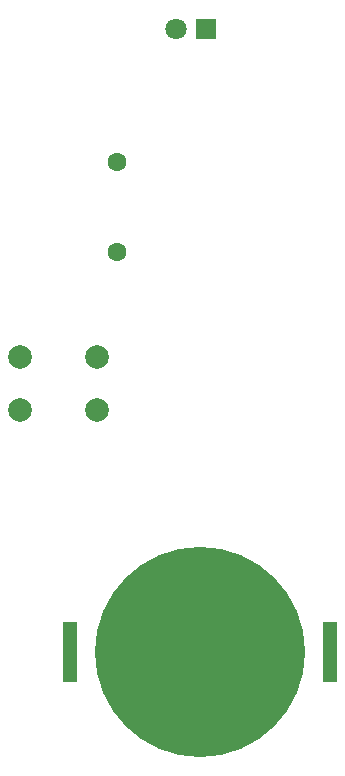
<source format=gbr>
%TF.GenerationSoftware,KiCad,Pcbnew,9.0.2*%
%TF.CreationDate,2025-06-10T19:07:20+03:00*%
%TF.ProjectId,project,70726f6a-6563-4742-9e6b-696361645f70,rev?*%
%TF.SameCoordinates,Original*%
%TF.FileFunction,Soldermask,Top*%
%TF.FilePolarity,Negative*%
%FSLAX46Y46*%
G04 Gerber Fmt 4.6, Leading zero omitted, Abs format (unit mm)*
G04 Created by KiCad (PCBNEW 9.0.2) date 2025-06-10 19:07:20*
%MOMM*%
%LPD*%
G01*
G04 APERTURE LIST*
%ADD10R,1.800000X1.800000*%
%ADD11C,1.800000*%
%ADD12C,1.600000*%
%ADD13C,2.000000*%
%ADD14R,1.270000X5.080000*%
%ADD15C,17.800000*%
G04 APERTURE END LIST*
D10*
%TO.C,D1*%
X120000000Y-72500000D03*
D11*
X117460000Y-72500000D03*
%TD*%
D12*
%TO.C,R1*%
X112500000Y-83690000D03*
X112500000Y-91310000D03*
%TD*%
D13*
%TO.C,SW1*%
X104250000Y-100250000D03*
X110750000Y-100250000D03*
X104250000Y-104750000D03*
X110750000Y-104750000D03*
%TD*%
D14*
%TO.C,BT1*%
X108515000Y-125250000D03*
X130485000Y-125250000D03*
D15*
X119500000Y-125250000D03*
%TD*%
M02*

</source>
